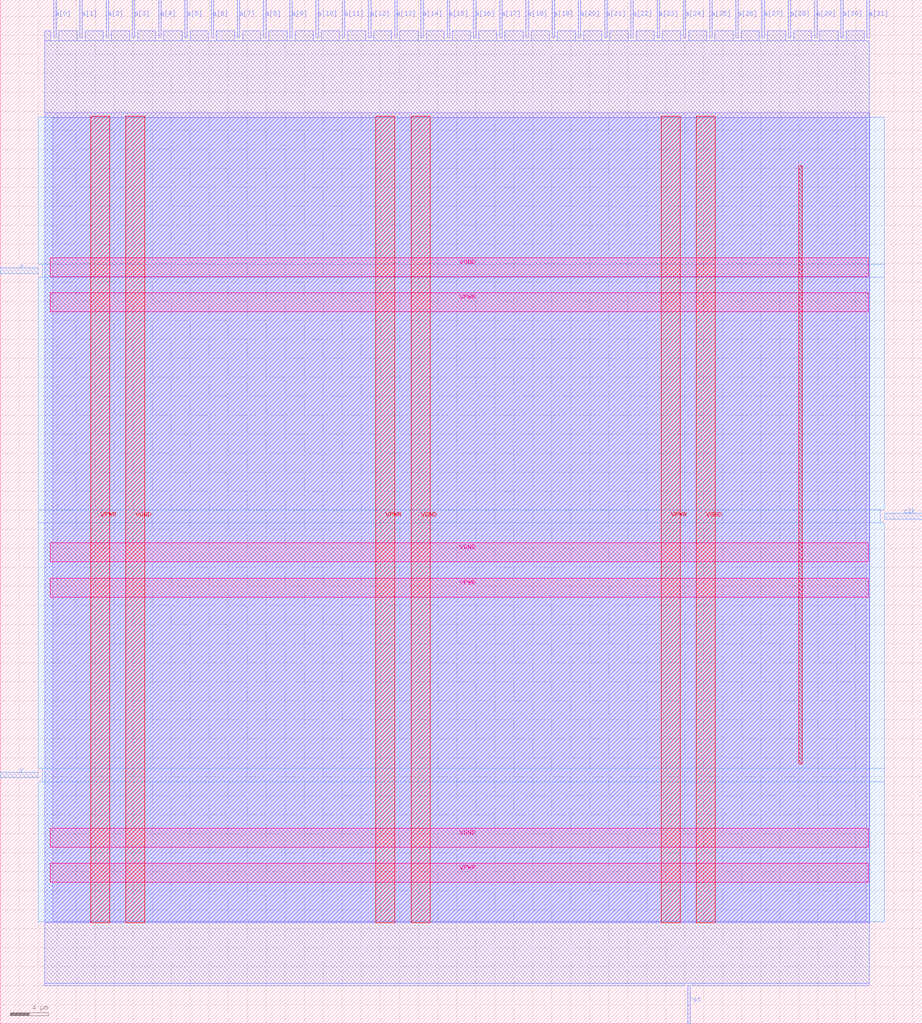
<source format=lef>
VERSION 5.7 ;
  NOWIREEXTENSIONATPIN ON ;
  DIVIDERCHAR "/" ;
  BUSBITCHARS "[]" ;
MACRO spm
  CLASS BLOCK ;
  FOREIGN spm ;
  ORIGIN 0.000 0.000 ;
  SIZE 96.990 BY 107.710 ;
  PIN VGND
    DIRECTION INOUT ;
    USE GROUND ;
    PORT
      LAYER met4 ;
        RECT 13.220 10.640 15.220 95.440 ;
    END
    PORT
      LAYER met4 ;
        RECT 43.220 10.640 45.220 95.440 ;
    END
    PORT
      LAYER met4 ;
        RECT 73.220 10.640 75.220 95.440 ;
    END
    PORT
      LAYER met5 ;
        RECT 5.280 18.580 91.320 20.580 ;
    END
    PORT
      LAYER met5 ;
        RECT 5.280 48.580 91.320 50.580 ;
    END
    PORT
      LAYER met5 ;
        RECT 5.280 78.580 91.320 80.580 ;
    END
  END VGND
  PIN VPWR
    DIRECTION INOUT ;
    USE POWER ;
    PORT
      LAYER met4 ;
        RECT 9.520 10.640 11.520 95.440 ;
    END
    PORT
      LAYER met4 ;
        RECT 39.520 10.640 41.520 95.440 ;
    END
    PORT
      LAYER met4 ;
        RECT 69.520 10.640 71.520 95.440 ;
    END
    PORT
      LAYER met5 ;
        RECT 5.280 14.880 91.320 16.880 ;
    END
    PORT
      LAYER met5 ;
        RECT 5.280 44.880 91.320 46.880 ;
    END
    PORT
      LAYER met5 ;
        RECT 5.280 74.880 91.320 76.880 ;
    END
  END VPWR
  PIN a[0]
    DIRECTION INPUT ;
    USE SIGNAL ;
    ANTENNAGATEAREA 0.196500 ;
    PORT
      LAYER met2 ;
        RECT 5.610 103.710 5.890 107.710 ;
    END
  END a[0]
  PIN a[10]
    DIRECTION INPUT ;
    USE SIGNAL ;
    ANTENNAGATEAREA 0.196500 ;
    PORT
      LAYER met2 ;
        RECT 33.210 103.710 33.490 107.710 ;
    END
  END a[10]
  PIN a[11]
    DIRECTION INPUT ;
    USE SIGNAL ;
    ANTENNAGATEAREA 0.196500 ;
    PORT
      LAYER met2 ;
        RECT 35.970 103.710 36.250 107.710 ;
    END
  END a[11]
  PIN a[12]
    DIRECTION INPUT ;
    USE SIGNAL ;
    ANTENNAGATEAREA 0.196500 ;
    PORT
      LAYER met2 ;
        RECT 38.730 103.710 39.010 107.710 ;
    END
  END a[12]
  PIN a[13]
    DIRECTION INPUT ;
    USE SIGNAL ;
    ANTENNAGATEAREA 0.196500 ;
    PORT
      LAYER met2 ;
        RECT 41.490 103.710 41.770 107.710 ;
    END
  END a[13]
  PIN a[14]
    DIRECTION INPUT ;
    USE SIGNAL ;
    ANTENNAGATEAREA 0.196500 ;
    PORT
      LAYER met2 ;
        RECT 44.250 103.710 44.530 107.710 ;
    END
  END a[14]
  PIN a[15]
    DIRECTION INPUT ;
    USE SIGNAL ;
    ANTENNAGATEAREA 0.196500 ;
    PORT
      LAYER met2 ;
        RECT 47.010 103.710 47.290 107.710 ;
    END
  END a[15]
  PIN a[16]
    DIRECTION INPUT ;
    USE SIGNAL ;
    ANTENNAGATEAREA 0.196500 ;
    PORT
      LAYER met2 ;
        RECT 49.770 103.710 50.050 107.710 ;
    END
  END a[16]
  PIN a[17]
    DIRECTION INPUT ;
    USE SIGNAL ;
    ANTENNAGATEAREA 0.196500 ;
    PORT
      LAYER met2 ;
        RECT 52.530 103.710 52.810 107.710 ;
    END
  END a[17]
  PIN a[18]
    DIRECTION INPUT ;
    USE SIGNAL ;
    ANTENNAGATEAREA 0.196500 ;
    PORT
      LAYER met2 ;
        RECT 55.290 103.710 55.570 107.710 ;
    END
  END a[18]
  PIN a[19]
    DIRECTION INPUT ;
    USE SIGNAL ;
    ANTENNAGATEAREA 0.196500 ;
    PORT
      LAYER met2 ;
        RECT 58.050 103.710 58.330 107.710 ;
    END
  END a[19]
  PIN a[1]
    DIRECTION INPUT ;
    USE SIGNAL ;
    ANTENNAGATEAREA 0.196500 ;
    PORT
      LAYER met2 ;
        RECT 8.370 103.710 8.650 107.710 ;
    END
  END a[1]
  PIN a[20]
    DIRECTION INPUT ;
    USE SIGNAL ;
    ANTENNAGATEAREA 0.196500 ;
    PORT
      LAYER met2 ;
        RECT 60.810 103.710 61.090 107.710 ;
    END
  END a[20]
  PIN a[21]
    DIRECTION INPUT ;
    USE SIGNAL ;
    ANTENNAGATEAREA 0.196500 ;
    PORT
      LAYER met2 ;
        RECT 63.570 103.710 63.850 107.710 ;
    END
  END a[21]
  PIN a[22]
    DIRECTION INPUT ;
    USE SIGNAL ;
    ANTENNAGATEAREA 0.196500 ;
    PORT
      LAYER met2 ;
        RECT 66.330 103.710 66.610 107.710 ;
    END
  END a[22]
  PIN a[23]
    DIRECTION INPUT ;
    USE SIGNAL ;
    ANTENNAGATEAREA 0.196500 ;
    PORT
      LAYER met2 ;
        RECT 69.090 103.710 69.370 107.710 ;
    END
  END a[23]
  PIN a[24]
    DIRECTION INPUT ;
    USE SIGNAL ;
    ANTENNAGATEAREA 0.196500 ;
    PORT
      LAYER met2 ;
        RECT 71.850 103.710 72.130 107.710 ;
    END
  END a[24]
  PIN a[25]
    DIRECTION INPUT ;
    USE SIGNAL ;
    ANTENNAGATEAREA 0.196500 ;
    PORT
      LAYER met2 ;
        RECT 74.610 103.710 74.890 107.710 ;
    END
  END a[25]
  PIN a[26]
    DIRECTION INPUT ;
    USE SIGNAL ;
    ANTENNAGATEAREA 0.196500 ;
    PORT
      LAYER met2 ;
        RECT 77.370 103.710 77.650 107.710 ;
    END
  END a[26]
  PIN a[27]
    DIRECTION INPUT ;
    USE SIGNAL ;
    ANTENNAGATEAREA 0.196500 ;
    PORT
      LAYER met2 ;
        RECT 80.130 103.710 80.410 107.710 ;
    END
  END a[27]
  PIN a[28]
    DIRECTION INPUT ;
    USE SIGNAL ;
    ANTENNAGATEAREA 0.196500 ;
    PORT
      LAYER met2 ;
        RECT 82.890 103.710 83.170 107.710 ;
    END
  END a[28]
  PIN a[29]
    DIRECTION INPUT ;
    USE SIGNAL ;
    ANTENNAGATEAREA 0.196500 ;
    PORT
      LAYER met2 ;
        RECT 85.650 103.710 85.930 107.710 ;
    END
  END a[29]
  PIN a[2]
    DIRECTION INPUT ;
    USE SIGNAL ;
    ANTENNAGATEAREA 0.196500 ;
    PORT
      LAYER met2 ;
        RECT 11.130 103.710 11.410 107.710 ;
    END
  END a[2]
  PIN a[30]
    DIRECTION INPUT ;
    USE SIGNAL ;
    ANTENNAGATEAREA 0.196500 ;
    PORT
      LAYER met2 ;
        RECT 88.410 103.710 88.690 107.710 ;
    END
  END a[30]
  PIN a[31]
    DIRECTION INPUT ;
    USE SIGNAL ;
    ANTENNAGATEAREA 0.196500 ;
    PORT
      LAYER met2 ;
        RECT 91.170 103.710 91.450 107.710 ;
    END
  END a[31]
  PIN a[3]
    DIRECTION INPUT ;
    USE SIGNAL ;
    ANTENNAGATEAREA 0.196500 ;
    PORT
      LAYER met2 ;
        RECT 13.890 103.710 14.170 107.710 ;
    END
  END a[3]
  PIN a[4]
    DIRECTION INPUT ;
    USE SIGNAL ;
    ANTENNAGATEAREA 0.196500 ;
    PORT
      LAYER met2 ;
        RECT 16.650 103.710 16.930 107.710 ;
    END
  END a[4]
  PIN a[5]
    DIRECTION INPUT ;
    USE SIGNAL ;
    ANTENNAGATEAREA 0.196500 ;
    PORT
      LAYER met2 ;
        RECT 19.410 103.710 19.690 107.710 ;
    END
  END a[5]
  PIN a[6]
    DIRECTION INPUT ;
    USE SIGNAL ;
    ANTENNAGATEAREA 0.196500 ;
    PORT
      LAYER met2 ;
        RECT 22.170 103.710 22.450 107.710 ;
    END
  END a[6]
  PIN a[7]
    DIRECTION INPUT ;
    USE SIGNAL ;
    ANTENNAGATEAREA 0.196500 ;
    PORT
      LAYER met2 ;
        RECT 24.930 103.710 25.210 107.710 ;
    END
  END a[7]
  PIN a[8]
    DIRECTION INPUT ;
    USE SIGNAL ;
    ANTENNAGATEAREA 0.196500 ;
    PORT
      LAYER met2 ;
        RECT 27.690 103.710 27.970 107.710 ;
    END
  END a[8]
  PIN a[9]
    DIRECTION INPUT ;
    USE SIGNAL ;
    ANTENNAGATEAREA 0.196500 ;
    PORT
      LAYER met2 ;
        RECT 30.450 103.710 30.730 107.710 ;
    END
  END a[9]
  PIN clk
    DIRECTION INPUT ;
    USE SIGNAL ;
    ANTENNAGATEAREA 0.852000 ;
    PORT
      LAYER met3 ;
        RECT 92.990 53.080 96.990 53.680 ;
    END
  END clk
  PIN rst
    DIRECTION INPUT ;
    USE SIGNAL ;
    ANTENNAGATEAREA 0.990000 ;
    PORT
      LAYER met2 ;
        RECT 72.310 0.000 72.590 4.000 ;
    END
  END rst
  PIN x
    DIRECTION INPUT ;
    USE SIGNAL ;
    ANTENNAGATEAREA 0.196500 ;
    PORT
      LAYER met3 ;
        RECT 0.000 78.920 4.000 79.520 ;
    END
  END x
  PIN y
    DIRECTION OUTPUT TRISTATE ;
    USE SIGNAL ;
    ANTENNADIFFAREA 0.340600 ;
    PORT
      LAYER met3 ;
        RECT 0.000 25.880 4.000 26.480 ;
    END
  END y
  OBS
      LAYER li1 ;
        RECT 5.520 10.795 91.080 95.285 ;
      LAYER met1 ;
        RECT 4.670 10.640 91.470 95.840 ;
      LAYER met2 ;
        RECT 4.690 103.430 5.330 104.450 ;
        RECT 6.170 103.430 8.090 104.450 ;
        RECT 8.930 103.430 10.850 104.450 ;
        RECT 11.690 103.430 13.610 104.450 ;
        RECT 14.450 103.430 16.370 104.450 ;
        RECT 17.210 103.430 19.130 104.450 ;
        RECT 19.970 103.430 21.890 104.450 ;
        RECT 22.730 103.430 24.650 104.450 ;
        RECT 25.490 103.430 27.410 104.450 ;
        RECT 28.250 103.430 30.170 104.450 ;
        RECT 31.010 103.430 32.930 104.450 ;
        RECT 33.770 103.430 35.690 104.450 ;
        RECT 36.530 103.430 38.450 104.450 ;
        RECT 39.290 103.430 41.210 104.450 ;
        RECT 42.050 103.430 43.970 104.450 ;
        RECT 44.810 103.430 46.730 104.450 ;
        RECT 47.570 103.430 49.490 104.450 ;
        RECT 50.330 103.430 52.250 104.450 ;
        RECT 53.090 103.430 55.010 104.450 ;
        RECT 55.850 103.430 57.770 104.450 ;
        RECT 58.610 103.430 60.530 104.450 ;
        RECT 61.370 103.430 63.290 104.450 ;
        RECT 64.130 103.430 66.050 104.450 ;
        RECT 66.890 103.430 68.810 104.450 ;
        RECT 69.650 103.430 71.570 104.450 ;
        RECT 72.410 103.430 74.330 104.450 ;
        RECT 75.170 103.430 77.090 104.450 ;
        RECT 77.930 103.430 79.850 104.450 ;
        RECT 80.690 103.430 82.610 104.450 ;
        RECT 83.450 103.430 85.370 104.450 ;
        RECT 86.210 103.430 88.130 104.450 ;
        RECT 88.970 103.430 90.890 104.450 ;
        RECT 4.690 4.280 91.440 103.430 ;
        RECT 4.690 4.000 72.030 4.280 ;
        RECT 72.870 4.000 91.440 4.280 ;
      LAYER met3 ;
        RECT 3.990 79.920 92.990 95.365 ;
        RECT 4.400 78.520 92.990 79.920 ;
        RECT 3.990 54.080 92.990 78.520 ;
        RECT 3.990 52.680 92.590 54.080 ;
        RECT 3.990 26.880 92.990 52.680 ;
        RECT 4.400 25.480 92.990 26.880 ;
        RECT 3.990 10.715 92.990 25.480 ;
      LAYER met4 ;
        RECT 84.015 27.375 84.345 90.265 ;
  END
END spm
END LIBRARY


</source>
